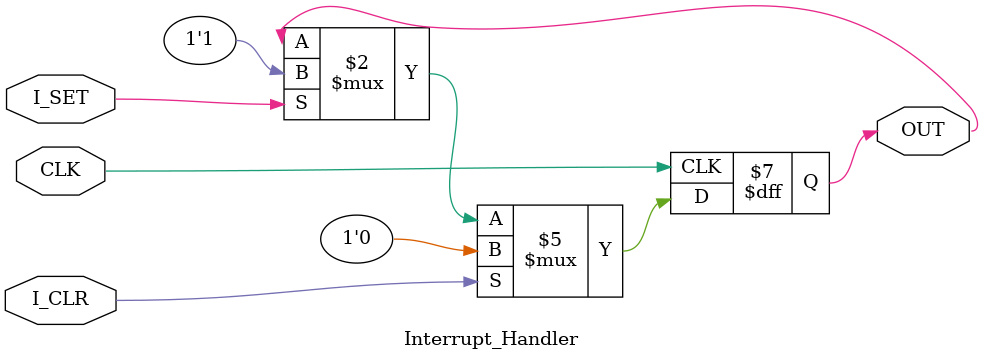
<source format=sv>
`timescale 1ns / 1ps


module Interrupt_Handler(
    input CLK,
    input I_SET,
    input I_CLR,
    output logic OUT
    );
    
    always_ff@(posedge CLK)
    begin
        if(I_CLR) begin OUT <= 0; end
        else if(I_SET) begin OUT <= 1; end
    end
endmodule

</source>
